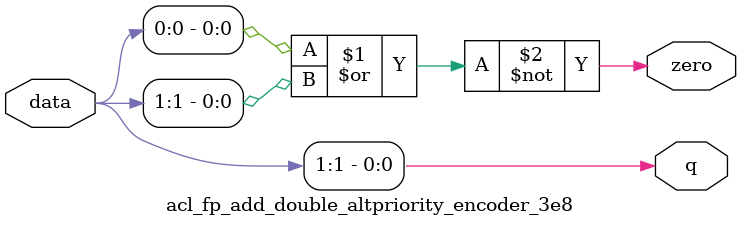
<source format=v>
module  acl_fp_add_double_altpriority_encoder_3e8
	( 
	data,
	q,
	zero) ;
	input   [1:0]  data;
	output   [0:0]  q;
	output   zero;
	assign
		q = {data[1]},
		zero = (~ (data[0] | data[1]));
endmodule
</source>
